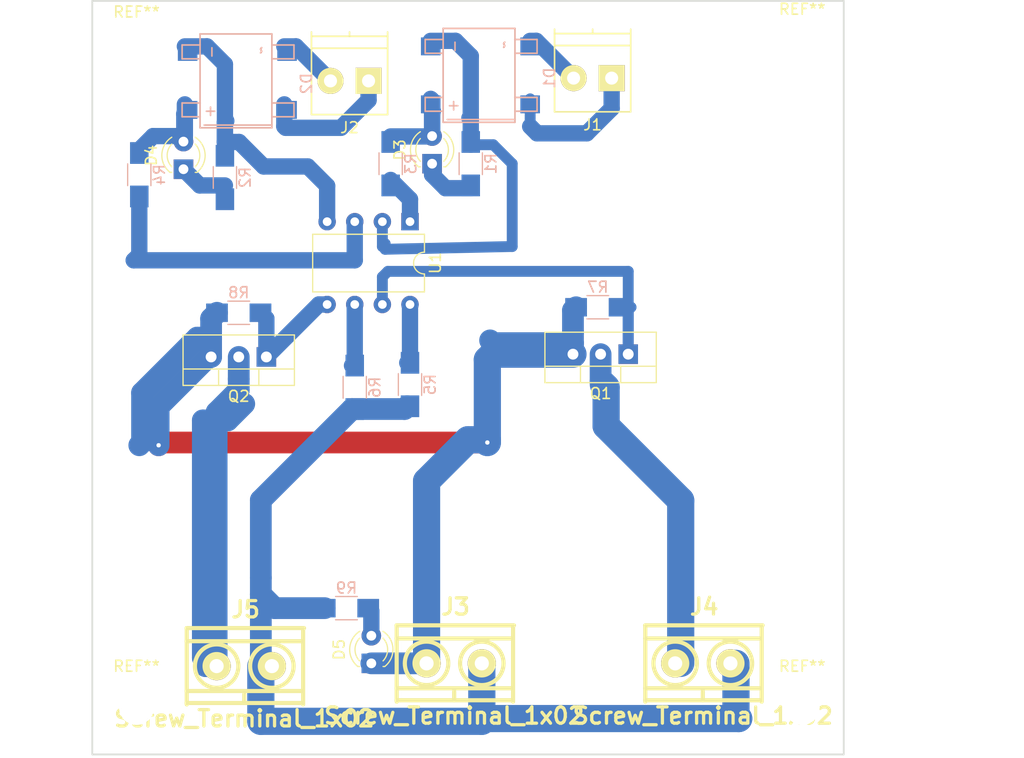
<source format=kicad_pcb>
(kicad_pcb (version 4) (host pcbnew 4.0.7-e1-6374~58~ubuntu16.04.1)

  (general
    (links 35)
    (no_connects 1)
    (area 188.793429 79.299 286.864391 149.401)
    (thickness 1.6)
    (drawings 6)
    (tracks 138)
    (zones 0)
    (modules 26)
    (nets 22)
  )

  (page A4)
  (layers
    (0 F.Cu signal)
    (31 B.Cu signal)
    (32 B.Adhes user)
    (33 F.Adhes user)
    (34 B.Paste user)
    (35 F.Paste user)
    (36 B.SilkS user)
    (37 F.SilkS user)
    (38 B.Mask user)
    (39 F.Mask user)
    (40 Dwgs.User user)
    (41 Cmts.User user)
    (42 Eco1.User user)
    (43 Eco2.User user)
    (44 Edge.Cuts user)
    (45 Margin user)
    (46 B.CrtYd user)
    (47 F.CrtYd user)
    (48 B.Fab user)
    (49 F.Fab user)
  )

  (setup
    (last_trace_width 1.5)
    (trace_clearance 0.2)
    (zone_clearance 1)
    (zone_45_only no)
    (trace_min 0.2)
    (segment_width 0.2)
    (edge_width 0.15)
    (via_size 0.6)
    (via_drill 0.4)
    (via_min_size 0.4)
    (via_min_drill 0.3)
    (uvia_size 0.3)
    (uvia_drill 0.1)
    (uvias_allowed no)
    (uvia_min_size 0.2)
    (uvia_min_drill 0.1)
    (pcb_text_width 0.3)
    (pcb_text_size 1.5 1.5)
    (mod_edge_width 0.15)
    (mod_text_size 1 1)
    (mod_text_width 0.15)
    (pad_size 1.524 1.524)
    (pad_drill 0.762)
    (pad_to_mask_clearance 0.2)
    (aux_axis_origin 0 0)
    (visible_elements 7FFFFFFF)
    (pcbplotparams
      (layerselection 0x00030_80000001)
      (usegerberextensions false)
      (excludeedgelayer true)
      (linewidth 0.100000)
      (plotframeref false)
      (viasonmask false)
      (mode 1)
      (useauxorigin false)
      (hpglpennumber 1)
      (hpglpenspeed 20)
      (hpglpendiameter 15)
      (hpglpenoverlay 2)
      (psnegative false)
      (psa4output false)
      (plotreference true)
      (plotvalue true)
      (plotinvisibletext false)
      (padsonsilk false)
      (subtractmaskfromsilk false)
      (outputformat 1)
      (mirror false)
      (drillshape 1)
      (scaleselection 1)
      (outputdirectory ""))
  )

  (net 0 "")
  (net 1 "Net-(D1-Pad1)")
  (net 2 "Net-(D1-Pad2)")
  (net 3 "Net-(D1-Pad3)")
  (net 4 "Net-(D1-Pad4)")
  (net 5 "Net-(D2-Pad1)")
  (net 6 "Net-(D2-Pad2)")
  (net 7 "Net-(D2-Pad3)")
  (net 8 "Net-(D2-Pad4)")
  (net 9 "Net-(D3-Pad1)")
  (net 10 "Net-(D4-Pad1)")
  (net 11 GND)
  (net 12 "Net-(D5-Pad2)")
  (net 13 VCC)
  (net 14 "Net-(J4-Pad1)")
  (net 15 "Net-(J5-Pad1)")
  (net 16 "Net-(Q1-Pad1)")
  (net 17 "Net-(Q2-Pad1)")
  (net 18 "Net-(R3-Pad1)")
  (net 19 "Net-(R4-Pad1)")
  (net 20 "Net-(R5-Pad2)")
  (net 21 "Net-(R6-Pad2)")

  (net_class Default "To jest domyślna klasa połączeń."
    (clearance 0.2)
    (trace_width 1.5)
    (via_dia 0.6)
    (via_drill 0.4)
    (uvia_dia 0.3)
    (uvia_drill 0.1)
    (add_net "Net-(D1-Pad1)")
    (add_net "Net-(D1-Pad2)")
    (add_net "Net-(D1-Pad3)")
    (add_net "Net-(D1-Pad4)")
    (add_net "Net-(D2-Pad1)")
    (add_net "Net-(D2-Pad2)")
    (add_net "Net-(D2-Pad3)")
    (add_net "Net-(D2-Pad4)")
    (add_net "Net-(D3-Pad1)")
    (add_net "Net-(D4-Pad1)")
    (add_net "Net-(D5-Pad2)")
    (add_net "Net-(Q2-Pad1)")
    (add_net "Net-(R3-Pad1)")
    (add_net "Net-(R4-Pad1)")
    (add_net "Net-(R5-Pad2)")
    (add_net "Net-(R6-Pad2)")
  )

  (net_class Vcc ""
    (clearance 0.2)
    (trace_width 2.5)
    (via_dia 0.6)
    (via_drill 0.4)
    (uvia_dia 0.3)
    (uvia_drill 0.1)
    (add_net GND)
    (add_net "Net-(J4-Pad1)")
    (add_net "Net-(J5-Pad1)")
    (add_net VCC)
  )

  (net_class cienka ""
    (clearance 0.2)
    (trace_width 1)
    (via_dia 0.6)
    (via_drill 0.4)
    (uvia_dia 0.3)
    (uvia_drill 0.1)
    (add_net "Net-(Q1-Pad1)")
  )

  (module Mounting_Holes:MountingHole_3.2mm_M3_DIN965 (layer F.Cu) (tedit 56D1B4CB) (tstamp 5A8347A2)
    (at 262.636 144.526)
    (descr "Mounting Hole 3.2mm, no annular, M3, DIN965")
    (tags "mounting hole 3.2mm no annular m3 din965")
    (attr virtual)
    (fp_text reference REF** (at 0 -3.8) (layer F.SilkS)
      (effects (font (size 1 1) (thickness 0.15)))
    )
    (fp_text value MountingHole_3.2mm_M3_DIN965 (at 0 3.8) (layer F.Fab)
      (effects (font (size 1 1) (thickness 0.15)))
    )
    (fp_text user %R (at 0.3 0) (layer F.Fab)
      (effects (font (size 1 1) (thickness 0.15)))
    )
    (fp_circle (center 0 0) (end 2.8 0) (layer Cmts.User) (width 0.15))
    (fp_circle (center 0 0) (end 3.05 0) (layer F.CrtYd) (width 0.05))
    (pad 1 np_thru_hole circle (at 0 0) (size 3.2 3.2) (drill 3.2) (layers *.Cu *.Mask))
  )

  (module Mounting_Holes:MountingHole_3.2mm_M3_DIN965 (layer F.Cu) (tedit 56D1B4CB) (tstamp 5A83479A)
    (at 201.422 144.526)
    (descr "Mounting Hole 3.2mm, no annular, M3, DIN965")
    (tags "mounting hole 3.2mm no annular m3 din965")
    (attr virtual)
    (fp_text reference REF** (at 0 -3.8) (layer F.SilkS)
      (effects (font (size 1 1) (thickness 0.15)))
    )
    (fp_text value MountingHole_3.2mm_M3_DIN965 (at 0 3.8) (layer F.Fab)
      (effects (font (size 1 1) (thickness 0.15)))
    )
    (fp_text user %R (at 0.3 0) (layer F.Fab)
      (effects (font (size 1 1) (thickness 0.15)))
    )
    (fp_circle (center 0 0) (end 2.8 0) (layer Cmts.User) (width 0.15))
    (fp_circle (center 0 0) (end 3.05 0) (layer F.CrtYd) (width 0.05))
    (pad 1 np_thru_hole circle (at 0 0) (size 3.2 3.2) (drill 3.2) (layers *.Cu *.Mask))
  )

  (module Mounting_Holes:MountingHole_3.2mm_M3_DIN965 (layer F.Cu) (tedit 56D1B4CB) (tstamp 5A834791)
    (at 201.422 84.328)
    (descr "Mounting Hole 3.2mm, no annular, M3, DIN965")
    (tags "mounting hole 3.2mm no annular m3 din965")
    (attr virtual)
    (fp_text reference REF** (at 0 -3.8) (layer F.SilkS)
      (effects (font (size 1 1) (thickness 0.15)))
    )
    (fp_text value MountingHole_3.2mm_M3_DIN965 (at 0 3.8) (layer F.Fab)
      (effects (font (size 1 1) (thickness 0.15)))
    )
    (fp_text user %R (at 0.3 0) (layer F.Fab)
      (effects (font (size 1 1) (thickness 0.15)))
    )
    (fp_circle (center 0 0) (end 2.8 0) (layer Cmts.User) (width 0.15))
    (fp_circle (center 0 0) (end 3.05 0) (layer F.CrtYd) (width 0.05))
    (pad 1 np_thru_hole circle (at 0 0) (size 3.2 3.2) (drill 3.2) (layers *.Cu *.Mask))
  )

  (module Diodes_SMD:DF08S_Bridge_Gretza_DFS (layer B.Cu) (tedit 5A670B05) (tstamp 5A79E372)
    (at 210.566 86.868 270)
    (path /5A666DE0)
    (fp_text reference D2 (at 0.254 -6.477 270) (layer B.SilkS)
      (effects (font (size 1 1) (thickness 0.15)) (justify mirror))
    )
    (fp_text value DF08S (at 0 6.604 270) (layer B.Fab)
      (effects (font (size 1 1) (thickness 0.15)) (justify mirror))
    )
    (fp_text user ~ (at -2.794 -2.286 270) (layer B.SilkS)
      (effects (font (size 1 1) (thickness 0.15)) (justify mirror))
    )
    (fp_text user ~ (at -2.794 -2.286 270) (layer B.SilkS)
      (effects (font (size 1 1) (thickness 0.15)) (justify mirror))
    )
    (fp_text user - (at -2.667 2.286 270) (layer B.SilkS)
      (effects (font (size 1 1) (thickness 0.15)) (justify mirror))
    )
    (fp_text user + (at 2.794 2.413 270) (layer B.SilkS)
      (effects (font (size 1 1) (thickness 0.15)) (justify mirror))
    )
    (fp_line (start 4.064 2.921) (end 4.064 -3.302) (layer B.SilkS) (width 0.15))
    (fp_line (start 2.032 -3.302) (end 2.032 -5.334) (layer B.SilkS) (width 0.15))
    (fp_line (start 2.032 -5.334) (end 3.175 -5.334) (layer B.SilkS) (width 0.15))
    (fp_line (start 3.175 -5.334) (end 3.302 -5.334) (layer B.SilkS) (width 0.15))
    (fp_line (start 3.302 -5.334) (end 3.302 -3.302) (layer B.SilkS) (width 0.15))
    (fp_line (start -3.302 -3.302) (end -3.302 -5.334) (layer B.SilkS) (width 0.15))
    (fp_line (start -3.302 -5.334) (end -2.032 -5.334) (layer B.SilkS) (width 0.15))
    (fp_line (start -2.032 -5.334) (end -2.032 -3.302) (layer B.SilkS) (width 0.15))
    (fp_line (start 3.302 3.302) (end 3.302 4.953) (layer B.SilkS) (width 0.15))
    (fp_line (start 3.302 4.953) (end 2.032 4.953) (layer B.SilkS) (width 0.15))
    (fp_line (start 2.032 4.953) (end 2.032 3.302) (layer B.SilkS) (width 0.15))
    (fp_line (start -3.302 3.302) (end -3.302 4.953) (layer B.SilkS) (width 0.15))
    (fp_line (start -3.302 4.953) (end -2.032 4.953) (layer B.SilkS) (width 0.15))
    (fp_line (start -2.032 4.953) (end -2.032 3.302) (layer B.SilkS) (width 0.15))
    (fp_line (start 4.318 0) (end 4.318 -3.302) (layer B.SilkS) (width 0.15))
    (fp_line (start 4.318 -3.302) (end -3.302 -3.302) (layer B.SilkS) (width 0.15))
    (fp_line (start -3.302 -3.302) (end -4.318 -3.302) (layer B.SilkS) (width 0.15))
    (fp_line (start -4.318 -3.302) (end -4.318 3.302) (layer B.SilkS) (width 0.15))
    (fp_line (start -4.318 3.302) (end 4.191 3.302) (layer B.SilkS) (width 0.15))
    (fp_line (start 4.191 3.302) (end 4.318 3.302) (layer B.SilkS) (width 0.15))
    (fp_line (start 4.318 3.302) (end 4.318 0) (layer B.SilkS) (width 0.15))
    (pad 4 smd rect (at -2.667 -4.699 270) (size 1.65 1.8) (layers B.Cu B.Paste B.Mask)
      (net 8 "Net-(D2-Pad4)"))
    (pad 2 smd rect (at -2.667 4.445 270) (size 1.65 1.8) (layers B.Cu B.Paste B.Mask)
      (net 6 "Net-(D2-Pad2)"))
    (pad 3 smd rect (at 2.667 -4.699 270) (size 1.65 1.8) (layers B.Cu B.Paste B.Mask)
      (net 7 "Net-(D2-Pad3)"))
    (pad 1 smd rect (at 2.667 4.445 270) (size 1.65 1.8) (layers B.Cu B.Paste B.Mask)
      (net 5 "Net-(D2-Pad1)"))
    (model Housings_DIP.3dshapes/SMDIP-4_W11.48mm.wrl
      (at (xyz 0 0 0))
      (scale (xyz 1 2 1))
      (rotate (xyz 0 0 90))
    )
  )

  (module LEDs:LED_D3.0mm (layer F.Cu) (tedit 587A3A7B) (tstamp 5A6DB1C5)
    (at 228.6 94.488 90)
    (descr "LED, diameter 3.0mm, 2 pins")
    (tags "LED diameter 3.0mm 2 pins")
    (path /5A663A7D)
    (fp_text reference D3 (at 1.27 -2.96 90) (layer F.SilkS)
      (effects (font (size 1 1) (thickness 0.15)))
    )
    (fp_text value LED (at 1.27 2.96 90) (layer F.Fab)
      (effects (font (size 1 1) (thickness 0.15)))
    )
    (fp_arc (start 1.27 0) (end -0.23 -1.16619) (angle 284.3) (layer F.Fab) (width 0.1))
    (fp_arc (start 1.27 0) (end -0.29 -1.235516) (angle 108.8) (layer F.SilkS) (width 0.12))
    (fp_arc (start 1.27 0) (end -0.29 1.235516) (angle -108.8) (layer F.SilkS) (width 0.12))
    (fp_arc (start 1.27 0) (end 0.229039 -1.08) (angle 87.9) (layer F.SilkS) (width 0.12))
    (fp_arc (start 1.27 0) (end 0.229039 1.08) (angle -87.9) (layer F.SilkS) (width 0.12))
    (fp_circle (center 1.27 0) (end 2.77 0) (layer F.Fab) (width 0.1))
    (fp_line (start -0.23 -1.16619) (end -0.23 1.16619) (layer F.Fab) (width 0.1))
    (fp_line (start -0.29 -1.236) (end -0.29 -1.08) (layer F.SilkS) (width 0.12))
    (fp_line (start -0.29 1.08) (end -0.29 1.236) (layer F.SilkS) (width 0.12))
    (fp_line (start -1.15 -2.25) (end -1.15 2.25) (layer F.CrtYd) (width 0.05))
    (fp_line (start -1.15 2.25) (end 3.7 2.25) (layer F.CrtYd) (width 0.05))
    (fp_line (start 3.7 2.25) (end 3.7 -2.25) (layer F.CrtYd) (width 0.05))
    (fp_line (start 3.7 -2.25) (end -1.15 -2.25) (layer F.CrtYd) (width 0.05))
    (pad 1 thru_hole rect (at 0 0 90) (size 1.8 1.8) (drill 0.9) (layers *.Cu *.Mask)
      (net 9 "Net-(D3-Pad1)"))
    (pad 2 thru_hole circle (at 2.54 0 90) (size 1.8 1.8) (drill 0.9) (layers *.Cu *.Mask)
      (net 1 "Net-(D1-Pad1)"))
    (model ${KISYS3DMOD}/LEDs.3dshapes/LED_D3.0mm.wrl
      (at (xyz 0 0 0))
      (scale (xyz 0.393701 0.393701 0.393701))
      (rotate (xyz 0 0 0))
    )
  )

  (module LEDs:LED_D3.0mm (layer F.Cu) (tedit 587A3A7B) (tstamp 5A6DB1D8)
    (at 205.74 94.996 90)
    (descr "LED, diameter 3.0mm, 2 pins")
    (tags "LED diameter 3.0mm 2 pins")
    (path /5A663D2F)
    (fp_text reference D4 (at 1.27 -2.96 90) (layer F.SilkS)
      (effects (font (size 1 1) (thickness 0.15)))
    )
    (fp_text value LED (at 1.27 2.96 90) (layer F.Fab)
      (effects (font (size 1 1) (thickness 0.15)))
    )
    (fp_arc (start 1.27 0) (end -0.23 -1.16619) (angle 284.3) (layer F.Fab) (width 0.1))
    (fp_arc (start 1.27 0) (end -0.29 -1.235516) (angle 108.8) (layer F.SilkS) (width 0.12))
    (fp_arc (start 1.27 0) (end -0.29 1.235516) (angle -108.8) (layer F.SilkS) (width 0.12))
    (fp_arc (start 1.27 0) (end 0.229039 -1.08) (angle 87.9) (layer F.SilkS) (width 0.12))
    (fp_arc (start 1.27 0) (end 0.229039 1.08) (angle -87.9) (layer F.SilkS) (width 0.12))
    (fp_circle (center 1.27 0) (end 2.77 0) (layer F.Fab) (width 0.1))
    (fp_line (start -0.23 -1.16619) (end -0.23 1.16619) (layer F.Fab) (width 0.1))
    (fp_line (start -0.29 -1.236) (end -0.29 -1.08) (layer F.SilkS) (width 0.12))
    (fp_line (start -0.29 1.08) (end -0.29 1.236) (layer F.SilkS) (width 0.12))
    (fp_line (start -1.15 -2.25) (end -1.15 2.25) (layer F.CrtYd) (width 0.05))
    (fp_line (start -1.15 2.25) (end 3.7 2.25) (layer F.CrtYd) (width 0.05))
    (fp_line (start 3.7 2.25) (end 3.7 -2.25) (layer F.CrtYd) (width 0.05))
    (fp_line (start 3.7 -2.25) (end -1.15 -2.25) (layer F.CrtYd) (width 0.05))
    (pad 1 thru_hole rect (at 0 0 90) (size 1.8 1.8) (drill 0.9) (layers *.Cu *.Mask)
      (net 10 "Net-(D4-Pad1)"))
    (pad 2 thru_hole circle (at 2.54 0 90) (size 1.8 1.8) (drill 0.9) (layers *.Cu *.Mask)
      (net 5 "Net-(D2-Pad1)"))
    (model ${KISYS3DMOD}/LEDs.3dshapes/LED_D3.0mm.wrl
      (at (xyz 0 0 0))
      (scale (xyz 0.393701 0.393701 0.393701))
      (rotate (xyz 0 0 0))
    )
  )

  (module LEDs:LED_D3.0mm (layer F.Cu) (tedit 587A3A7B) (tstamp 5A6DB1EB)
    (at 223.012 140.462 90)
    (descr "LED, diameter 3.0mm, 2 pins")
    (tags "LED diameter 3.0mm 2 pins")
    (path /5A665604)
    (fp_text reference D5 (at 1.27 -2.96 90) (layer F.SilkS)
      (effects (font (size 1 1) (thickness 0.15)))
    )
    (fp_text value LED (at 1.27 2.96 90) (layer F.Fab)
      (effects (font (size 1 1) (thickness 0.15)))
    )
    (fp_arc (start 1.27 0) (end -0.23 -1.16619) (angle 284.3) (layer F.Fab) (width 0.1))
    (fp_arc (start 1.27 0) (end -0.29 -1.235516) (angle 108.8) (layer F.SilkS) (width 0.12))
    (fp_arc (start 1.27 0) (end -0.29 1.235516) (angle -108.8) (layer F.SilkS) (width 0.12))
    (fp_arc (start 1.27 0) (end 0.229039 -1.08) (angle 87.9) (layer F.SilkS) (width 0.12))
    (fp_arc (start 1.27 0) (end 0.229039 1.08) (angle -87.9) (layer F.SilkS) (width 0.12))
    (fp_circle (center 1.27 0) (end 2.77 0) (layer F.Fab) (width 0.1))
    (fp_line (start -0.23 -1.16619) (end -0.23 1.16619) (layer F.Fab) (width 0.1))
    (fp_line (start -0.29 -1.236) (end -0.29 -1.08) (layer F.SilkS) (width 0.12))
    (fp_line (start -0.29 1.08) (end -0.29 1.236) (layer F.SilkS) (width 0.12))
    (fp_line (start -1.15 -2.25) (end -1.15 2.25) (layer F.CrtYd) (width 0.05))
    (fp_line (start -1.15 2.25) (end 3.7 2.25) (layer F.CrtYd) (width 0.05))
    (fp_line (start 3.7 2.25) (end 3.7 -2.25) (layer F.CrtYd) (width 0.05))
    (fp_line (start 3.7 -2.25) (end -1.15 -2.25) (layer F.CrtYd) (width 0.05))
    (pad 1 thru_hole rect (at 0 0 90) (size 1.8 1.8) (drill 0.9) (layers *.Cu *.Mask)
      (net 11 GND))
    (pad 2 thru_hole circle (at 2.54 0 90) (size 1.8 1.8) (drill 0.9) (layers *.Cu *.Mask)
      (net 12 "Net-(D5-Pad2)"))
    (model ${KISYS3DMOD}/LEDs.3dshapes/LED_D3.0mm.wrl
      (at (xyz 0 0 0))
      (scale (xyz 0.393701 0.393701 0.393701))
      (rotate (xyz 0 0 0))
    )
  )

  (module Terminal_Blocks:TerminalBlock_Pheonix_PT-3.5mm_2pol (layer F.Cu) (tedit 0) (tstamp 5A6DB1FB)
    (at 245.11 86.614 180)
    (descr "2-way 3.5mm pitch terminal block, Phoenix PT series")
    (path /5A6602E0)
    (fp_text reference J1 (at 1.75 -4.3 180) (layer F.SilkS)
      (effects (font (size 1 1) (thickness 0.15)))
    )
    (fp_text value Screw_Terminal_1x02 (at 1.75 6 180) (layer F.Fab)
      (effects (font (size 1 1) (thickness 0.15)))
    )
    (fp_line (start -1.9 -3.3) (end 5.4 -3.3) (layer F.CrtYd) (width 0.05))
    (fp_line (start -1.9 4.7) (end -1.9 -3.3) (layer F.CrtYd) (width 0.05))
    (fp_line (start 5.4 4.7) (end -1.9 4.7) (layer F.CrtYd) (width 0.05))
    (fp_line (start 5.4 -3.3) (end 5.4 4.7) (layer F.CrtYd) (width 0.05))
    (fp_line (start 1.75 4.1) (end 1.75 4.5) (layer F.SilkS) (width 0.15))
    (fp_line (start -1.75 3) (end 5.25 3) (layer F.SilkS) (width 0.15))
    (fp_line (start -1.75 4.1) (end 5.25 4.1) (layer F.SilkS) (width 0.15))
    (fp_line (start -1.75 -3.1) (end -1.75 4.5) (layer F.SilkS) (width 0.15))
    (fp_line (start 5.25 4.5) (end 5.25 -3.1) (layer F.SilkS) (width 0.15))
    (fp_line (start 5.25 -3.1) (end -1.75 -3.1) (layer F.SilkS) (width 0.15))
    (pad 2 thru_hole circle (at 3.5 0 180) (size 2.4 2.4) (drill 1.2) (layers *.Cu *.Mask F.SilkS)
      (net 4 "Net-(D1-Pad4)"))
    (pad 1 thru_hole rect (at 0 0 180) (size 2.4 2.4) (drill 1.2) (layers *.Cu *.Mask F.SilkS)
      (net 3 "Net-(D1-Pad3)"))
    (model Terminal_Blocks.3dshapes/TerminalBlock_Pheonix_PT-3.5mm_2pol.wrl
      (at (xyz 0 0 0))
      (scale (xyz 1 1 1))
      (rotate (xyz 0 0 0))
    )
  )

  (module Terminal_Blocks:TerminalBlock_Pheonix_PT-3.5mm_2pol (layer F.Cu) (tedit 0) (tstamp 5A6DB20B)
    (at 222.758 86.868 180)
    (descr "2-way 3.5mm pitch terminal block, Phoenix PT series")
    (path /5A660364)
    (fp_text reference J2 (at 1.75 -4.3 180) (layer F.SilkS)
      (effects (font (size 1 1) (thickness 0.15)))
    )
    (fp_text value Screw_Terminal_1x02 (at 1.75 6 180) (layer F.Fab)
      (effects (font (size 1 1) (thickness 0.15)))
    )
    (fp_line (start -1.9 -3.3) (end 5.4 -3.3) (layer F.CrtYd) (width 0.05))
    (fp_line (start -1.9 4.7) (end -1.9 -3.3) (layer F.CrtYd) (width 0.05))
    (fp_line (start 5.4 4.7) (end -1.9 4.7) (layer F.CrtYd) (width 0.05))
    (fp_line (start 5.4 -3.3) (end 5.4 4.7) (layer F.CrtYd) (width 0.05))
    (fp_line (start 1.75 4.1) (end 1.75 4.5) (layer F.SilkS) (width 0.15))
    (fp_line (start -1.75 3) (end 5.25 3) (layer F.SilkS) (width 0.15))
    (fp_line (start -1.75 4.1) (end 5.25 4.1) (layer F.SilkS) (width 0.15))
    (fp_line (start -1.75 -3.1) (end -1.75 4.5) (layer F.SilkS) (width 0.15))
    (fp_line (start 5.25 4.5) (end 5.25 -3.1) (layer F.SilkS) (width 0.15))
    (fp_line (start 5.25 -3.1) (end -1.75 -3.1) (layer F.SilkS) (width 0.15))
    (pad 2 thru_hole circle (at 3.5 0 180) (size 2.4 2.4) (drill 1.2) (layers *.Cu *.Mask F.SilkS)
      (net 8 "Net-(D2-Pad4)"))
    (pad 1 thru_hole rect (at 0 0 180) (size 2.4 2.4) (drill 1.2) (layers *.Cu *.Mask F.SilkS)
      (net 7 "Net-(D2-Pad3)"))
    (model Terminal_Blocks.3dshapes/TerminalBlock_Pheonix_PT-3.5mm_2pol.wrl
      (at (xyz 0 0 0))
      (scale (xyz 1 1 1))
      (rotate (xyz 0 0 0))
    )
  )

  (module w_conn_gmkds:gmkds_3-2-5 (layer F.Cu) (tedit 5A301B7D) (tstamp 5A6DB21A)
    (at 230.632 140.462)
    (descr "2-way 7,62mm pitch terminal block, Phoenix GMKDS series")
    (path /5A6603C4)
    (fp_text reference J3 (at 0.127 -5.207) (layer F.SilkS)
      (effects (font (size 1.5 1.5) (thickness 0.3)))
    )
    (fp_text value Screw_Terminal_1x02 (at 0 4.826) (layer F.SilkS)
      (effects (font (size 1.5 1.5) (thickness 0.3)))
    )
    (fp_line (start -5.3 -3.5) (end 5.5 -3.5) (layer F.SilkS) (width 0.381))
    (fp_line (start 0 2.595) (end 0 3.395) (layer F.SilkS) (width 0.381))
    (fp_circle (center 2.54 0) (end 0.54 0) (layer F.SilkS) (width 0.381))
    (fp_circle (center -2.54 0) (end -0.54 0) (layer F.SilkS) (width 0.381))
    (fp_line (start -5.3 2.292) (end 5.3 2.292) (layer F.SilkS) (width 0.381))
    (fp_line (start -5.3 -2.292) (end 5.3 -2.292) (layer F.SilkS) (width 0.381))
    (fp_line (start -5.3 3.395) (end 5.3 3.395) (layer F.SilkS) (width 0.381))
    (fp_line (start 5.414 -3.473) (end 5.414 3.527) (layer F.SilkS) (width 0.381))
    (fp_line (start -5.287 -3.473) (end -5.287 3.527) (layer F.SilkS) (width 0.381))
    (pad 1 thru_hole circle (at -2.54 0) (size 2.6 2.6) (drill 1.3) (layers *.Cu *.Mask F.SilkS)
      (net 11 GND))
    (pad 2 thru_hole circle (at 2.54 0) (size 2.6 2.6) (drill 1.3) (layers *.Cu *.Mask F.SilkS)
      (net 13 VCC))
    (model Terminal_Blocks.3dshapes/Pheonix_MKDS1.5-2pol.wrl
      (at (xyz 0 0 0))
      (scale (xyz 1 1 1))
      (rotate (xyz 0 0 0))
    )
  )

  (module w_conn_gmkds:gmkds_3-2-5 (layer F.Cu) (tedit 5A301B7D) (tstamp 5A6DB229)
    (at 253.492 140.462)
    (descr "2-way 7,62mm pitch terminal block, Phoenix GMKDS series")
    (path /5A660468)
    (fp_text reference J4 (at 0.127 -5.207) (layer F.SilkS)
      (effects (font (size 1.5 1.5) (thickness 0.3)))
    )
    (fp_text value Screw_Terminal_1x02 (at 0 4.826) (layer F.SilkS)
      (effects (font (size 1.5 1.5) (thickness 0.3)))
    )
    (fp_line (start -5.3 -3.5) (end 5.5 -3.5) (layer F.SilkS) (width 0.381))
    (fp_line (start 0 2.595) (end 0 3.395) (layer F.SilkS) (width 0.381))
    (fp_circle (center 2.54 0) (end 0.54 0) (layer F.SilkS) (width 0.381))
    (fp_circle (center -2.54 0) (end -0.54 0) (layer F.SilkS) (width 0.381))
    (fp_line (start -5.3 2.292) (end 5.3 2.292) (layer F.SilkS) (width 0.381))
    (fp_line (start -5.3 -2.292) (end 5.3 -2.292) (layer F.SilkS) (width 0.381))
    (fp_line (start -5.3 3.395) (end 5.3 3.395) (layer F.SilkS) (width 0.381))
    (fp_line (start 5.414 -3.473) (end 5.414 3.527) (layer F.SilkS) (width 0.381))
    (fp_line (start -5.287 -3.473) (end -5.287 3.527) (layer F.SilkS) (width 0.381))
    (pad 1 thru_hole circle (at -2.54 0) (size 2.6 2.6) (drill 1.3) (layers *.Cu *.Mask F.SilkS)
      (net 14 "Net-(J4-Pad1)"))
    (pad 2 thru_hole circle (at 2.54 0) (size 2.6 2.6) (drill 1.3) (layers *.Cu *.Mask F.SilkS)
      (net 13 VCC))
    (model Terminal_Blocks.3dshapes/Pheonix_MKDS1.5-2pol.wrl
      (at (xyz 0 0 0))
      (scale (xyz 1 1 1))
      (rotate (xyz 0 0 0))
    )
  )

  (module w_conn_gmkds:gmkds_3-2-5 (layer F.Cu) (tedit 5A301B7D) (tstamp 5A6DB238)
    (at 211.328 140.716)
    (descr "2-way 7,62mm pitch terminal block, Phoenix GMKDS series")
    (path /5A6604D0)
    (fp_text reference J5 (at 0.127 -5.207) (layer F.SilkS)
      (effects (font (size 1.5 1.5) (thickness 0.3)))
    )
    (fp_text value Screw_Terminal_1x02 (at 0 4.826) (layer F.SilkS)
      (effects (font (size 1.5 1.5) (thickness 0.3)))
    )
    (fp_line (start -5.3 -3.5) (end 5.5 -3.5) (layer F.SilkS) (width 0.381))
    (fp_line (start 0 2.595) (end 0 3.395) (layer F.SilkS) (width 0.381))
    (fp_circle (center 2.54 0) (end 0.54 0) (layer F.SilkS) (width 0.381))
    (fp_circle (center -2.54 0) (end -0.54 0) (layer F.SilkS) (width 0.381))
    (fp_line (start -5.3 2.292) (end 5.3 2.292) (layer F.SilkS) (width 0.381))
    (fp_line (start -5.3 -2.292) (end 5.3 -2.292) (layer F.SilkS) (width 0.381))
    (fp_line (start -5.3 3.395) (end 5.3 3.395) (layer F.SilkS) (width 0.381))
    (fp_line (start 5.414 -3.473) (end 5.414 3.527) (layer F.SilkS) (width 0.381))
    (fp_line (start -5.287 -3.473) (end -5.287 3.527) (layer F.SilkS) (width 0.381))
    (pad 1 thru_hole circle (at -2.54 0) (size 2.6 2.6) (drill 1.3) (layers *.Cu *.Mask F.SilkS)
      (net 15 "Net-(J5-Pad1)"))
    (pad 2 thru_hole circle (at 2.54 0) (size 2.6 2.6) (drill 1.3) (layers *.Cu *.Mask F.SilkS)
      (net 13 VCC))
    (model Terminal_Blocks.3dshapes/Pheonix_MKDS1.5-2pol.wrl
      (at (xyz 0 0 0))
      (scale (xyz 1 1 1))
      (rotate (xyz 0 0 0))
    )
  )

  (module TO_SOT_Packages_THT:TO-220_Vertical (layer F.Cu) (tedit 5A670583) (tstamp 5A6DB23F)
    (at 246.634 112.014 180)
    (descr "TO-220, Vertical, RM 2.54mm")
    (tags "TO-220 Vertical RM 2.54mm")
    (path /5A65FA8E)
    (fp_text reference Q1 (at 2.54 -3.62 180) (layer F.SilkS)
      (effects (font (size 1 1) (thickness 0.15)))
    )
    (fp_text value IRLB8721PBF (at 2.54 3.92 180) (layer F.Fab)
      (effects (font (size 1 1) (thickness 0.15)))
    )
    (fp_text user %R (at 2.54 -3.62 180) (layer F.Fab)
      (effects (font (size 1 1) (thickness 0.15)))
    )
    (fp_line (start -2.46 -2.5) (end -2.46 1.9) (layer F.Fab) (width 0.1))
    (fp_line (start -2.46 1.9) (end 7.54 1.9) (layer F.Fab) (width 0.1))
    (fp_line (start 7.54 1.9) (end 7.54 -2.5) (layer F.Fab) (width 0.1))
    (fp_line (start 7.54 -2.5) (end -2.46 -2.5) (layer F.Fab) (width 0.1))
    (fp_line (start -2.46 -1.23) (end 7.54 -1.23) (layer F.Fab) (width 0.1))
    (fp_line (start 0.69 -2.5) (end 0.69 -1.23) (layer F.Fab) (width 0.1))
    (fp_line (start 4.39 -2.5) (end 4.39 -1.23) (layer F.Fab) (width 0.1))
    (fp_line (start -2.58 -2.62) (end 7.66 -2.62) (layer F.SilkS) (width 0.12))
    (fp_line (start -2.58 2.021) (end 7.66 2.021) (layer F.SilkS) (width 0.12))
    (fp_line (start -2.58 -2.62) (end -2.58 2.021) (layer F.SilkS) (width 0.12))
    (fp_line (start 7.66 -2.62) (end 7.66 2.021) (layer F.SilkS) (width 0.12))
    (fp_line (start -2.58 -1.11) (end 7.66 -1.11) (layer F.SilkS) (width 0.12))
    (fp_line (start 0.69 -2.62) (end 0.69 -1.11) (layer F.SilkS) (width 0.12))
    (fp_line (start 4.391 -2.62) (end 4.391 -1.11) (layer F.SilkS) (width 0.12))
    (fp_line (start -2.71 -2.75) (end -2.71 2.16) (layer F.CrtYd) (width 0.05))
    (fp_line (start -2.71 2.16) (end 7.79 2.16) (layer F.CrtYd) (width 0.05))
    (fp_line (start 7.79 2.16) (end 7.79 -2.75) (layer F.CrtYd) (width 0.05))
    (fp_line (start 7.79 -2.75) (end -2.71 -2.75) (layer F.CrtYd) (width 0.05))
    (pad 1 thru_hole rect (at 0 0 180) (size 1.8 1.8) (drill 1) (layers *.Cu *.Mask)
      (net 16 "Net-(Q1-Pad1)"))
    (pad 2 thru_hole oval (at 2.54 0 180) (size 1.8 1.8) (drill 1) (layers *.Cu *.Mask)
      (net 14 "Net-(J4-Pad1)"))
    (pad 3 thru_hole oval (at 5.08 0 180) (size 1.8 1.8) (drill 1) (layers *.Cu *.Mask)
      (net 11 GND))
    (model ${KISYS3DMOD}/TO_SOT_Packages_THT.3dshapes/TO-220_Vertical.wrl
      (at (xyz 0.1 0 0))
      (scale (xyz 0.393701 0.393701 0.393701))
      (rotate (xyz 0 0 0))
    )
  )

  (module TO_SOT_Packages_THT:TO-220_Vertical (layer F.Cu) (tedit 5A6705A0) (tstamp 5A6DB246)
    (at 213.36 112.268 180)
    (descr "TO-220, Vertical, RM 2.54mm")
    (tags "TO-220 Vertical RM 2.54mm")
    (path /5A65FEF0)
    (fp_text reference Q2 (at 2.54 -3.62 180) (layer F.SilkS)
      (effects (font (size 1 1) (thickness 0.15)))
    )
    (fp_text value IRLB8721PBF (at 2.54 3.92 180) (layer F.Fab)
      (effects (font (size 1 1) (thickness 0.15)))
    )
    (fp_text user %R (at 2.54 -3.62 180) (layer F.Fab)
      (effects (font (size 1 1) (thickness 0.15)))
    )
    (fp_line (start -2.46 -2.5) (end -2.46 1.9) (layer F.Fab) (width 0.1))
    (fp_line (start -2.46 1.9) (end 7.54 1.9) (layer F.Fab) (width 0.1))
    (fp_line (start 7.54 1.9) (end 7.54 -2.5) (layer F.Fab) (width 0.1))
    (fp_line (start 7.54 -2.5) (end -2.46 -2.5) (layer F.Fab) (width 0.1))
    (fp_line (start -2.46 -1.23) (end 7.54 -1.23) (layer F.Fab) (width 0.1))
    (fp_line (start 0.69 -2.5) (end 0.69 -1.23) (layer F.Fab) (width 0.1))
    (fp_line (start 4.39 -2.5) (end 4.39 -1.23) (layer F.Fab) (width 0.1))
    (fp_line (start -2.58 -2.62) (end 7.66 -2.62) (layer F.SilkS) (width 0.12))
    (fp_line (start -2.58 2.021) (end 7.66 2.021) (layer F.SilkS) (width 0.12))
    (fp_line (start -2.58 -2.62) (end -2.58 2.021) (layer F.SilkS) (width 0.12))
    (fp_line (start 7.66 -2.62) (end 7.66 2.021) (layer F.SilkS) (width 0.12))
    (fp_line (start -2.58 -1.11) (end 7.66 -1.11) (layer F.SilkS) (width 0.12))
    (fp_line (start 0.69 -2.62) (end 0.69 -1.11) (layer F.SilkS) (width 0.12))
    (fp_line (start 4.391 -2.62) (end 4.391 -1.11) (layer F.SilkS) (width 0.12))
    (fp_line (start -2.71 -2.75) (end -2.71 2.16) (layer F.CrtYd) (width 0.05))
    (fp_line (start -2.71 2.16) (end 7.79 2.16) (layer F.CrtYd) (width 0.05))
    (fp_line (start 7.79 2.16) (end 7.79 -2.75) (layer F.CrtYd) (width 0.05))
    (fp_line (start 7.79 -2.75) (end -2.71 -2.75) (layer F.CrtYd) (width 0.05))
    (pad 1 thru_hole rect (at 0 0 180) (size 1.8 1.8) (drill 1) (layers *.Cu *.Mask)
      (net 17 "Net-(Q2-Pad1)"))
    (pad 2 thru_hole oval (at 2.54 0 180) (size 1.8 1.8) (drill 1) (layers *.Cu *.Mask)
      (net 15 "Net-(J5-Pad1)"))
    (pad 3 thru_hole oval (at 5.08 0 180) (size 1.8 1.8) (drill 1) (layers *.Cu *.Mask)
      (net 11 GND))
    (model ${KISYS3DMOD}/TO_SOT_Packages_THT.3dshapes/TO-220_Vertical.wrl
      (at (xyz 0.1 0 0))
      (scale (xyz 0.393701 0.393701 0.393701))
      (rotate (xyz 0 0 0))
    )
  )

  (module Resistors_SMD:R_1206_HandSoldering (layer B.Cu) (tedit 58E0A804) (tstamp 5A6DB257)
    (at 232.156 94.488 90)
    (descr "Resistor SMD 1206, hand soldering")
    (tags "resistor 1206")
    (path /5A663AEE)
    (attr smd)
    (fp_text reference R1 (at 0 1.85 90) (layer B.SilkS)
      (effects (font (size 1 1) (thickness 0.15)) (justify mirror))
    )
    (fp_text value 10k (at 0 -1.9 90) (layer B.Fab)
      (effects (font (size 1 1) (thickness 0.15)) (justify mirror))
    )
    (fp_text user %R (at 0 0 90) (layer B.Fab)
      (effects (font (size 0.7 0.7) (thickness 0.105)) (justify mirror))
    )
    (fp_line (start -1.6 -0.8) (end -1.6 0.8) (layer B.Fab) (width 0.1))
    (fp_line (start 1.6 -0.8) (end -1.6 -0.8) (layer B.Fab) (width 0.1))
    (fp_line (start 1.6 0.8) (end 1.6 -0.8) (layer B.Fab) (width 0.1))
    (fp_line (start -1.6 0.8) (end 1.6 0.8) (layer B.Fab) (width 0.1))
    (fp_line (start 1 -1.07) (end -1 -1.07) (layer B.SilkS) (width 0.12))
    (fp_line (start -1 1.07) (end 1 1.07) (layer B.SilkS) (width 0.12))
    (fp_line (start -3.25 1.11) (end 3.25 1.11) (layer B.CrtYd) (width 0.05))
    (fp_line (start -3.25 1.11) (end -3.25 -1.1) (layer B.CrtYd) (width 0.05))
    (fp_line (start 3.25 -1.1) (end 3.25 1.11) (layer B.CrtYd) (width 0.05))
    (fp_line (start 3.25 -1.1) (end -3.25 -1.1) (layer B.CrtYd) (width 0.05))
    (pad 1 smd rect (at -2 0 90) (size 2 1.7) (layers B.Cu B.Paste B.Mask)
      (net 9 "Net-(D3-Pad1)"))
    (pad 2 smd rect (at 2 0 90) (size 2 1.7) (layers B.Cu B.Paste B.Mask)
      (net 2 "Net-(D1-Pad2)"))
    (model ${KISYS3DMOD}/Resistors_SMD.3dshapes/R_1206.wrl
      (at (xyz 0 0 0))
      (scale (xyz 1 1 1))
      (rotate (xyz 0 0 0))
    )
  )

  (module Resistors_SMD:R_1206_HandSoldering (layer B.Cu) (tedit 58E0A804) (tstamp 5A6DB268)
    (at 209.55 95.758 90)
    (descr "Resistor SMD 1206, hand soldering")
    (tags "resistor 1206")
    (path /5A663DBB)
    (attr smd)
    (fp_text reference R2 (at 0 1.85 90) (layer B.SilkS)
      (effects (font (size 1 1) (thickness 0.15)) (justify mirror))
    )
    (fp_text value 10k (at 0 -1.9 90) (layer B.Fab)
      (effects (font (size 1 1) (thickness 0.15)) (justify mirror))
    )
    (fp_text user %R (at 0 0 90) (layer B.Fab)
      (effects (font (size 0.7 0.7) (thickness 0.105)) (justify mirror))
    )
    (fp_line (start -1.6 -0.8) (end -1.6 0.8) (layer B.Fab) (width 0.1))
    (fp_line (start 1.6 -0.8) (end -1.6 -0.8) (layer B.Fab) (width 0.1))
    (fp_line (start 1.6 0.8) (end 1.6 -0.8) (layer B.Fab) (width 0.1))
    (fp_line (start -1.6 0.8) (end 1.6 0.8) (layer B.Fab) (width 0.1))
    (fp_line (start 1 -1.07) (end -1 -1.07) (layer B.SilkS) (width 0.12))
    (fp_line (start -1 1.07) (end 1 1.07) (layer B.SilkS) (width 0.12))
    (fp_line (start -3.25 1.11) (end 3.25 1.11) (layer B.CrtYd) (width 0.05))
    (fp_line (start -3.25 1.11) (end -3.25 -1.1) (layer B.CrtYd) (width 0.05))
    (fp_line (start 3.25 -1.1) (end 3.25 1.11) (layer B.CrtYd) (width 0.05))
    (fp_line (start 3.25 -1.1) (end -3.25 -1.1) (layer B.CrtYd) (width 0.05))
    (pad 1 smd rect (at -2 0 90) (size 2 1.7) (layers B.Cu B.Paste B.Mask)
      (net 10 "Net-(D4-Pad1)"))
    (pad 2 smd rect (at 2 0 90) (size 2 1.7) (layers B.Cu B.Paste B.Mask)
      (net 6 "Net-(D2-Pad2)"))
    (model ${KISYS3DMOD}/Resistors_SMD.3dshapes/R_1206.wrl
      (at (xyz 0 0 0))
      (scale (xyz 1 1 1))
      (rotate (xyz 0 0 0))
    )
  )

  (module Resistors_SMD:R_1206_HandSoldering (layer B.Cu) (tedit 58E0A804) (tstamp 5A6DB279)
    (at 224.79 94.488 90)
    (descr "Resistor SMD 1206, hand soldering")
    (tags "resistor 1206")
    (path /5A663247)
    (attr smd)
    (fp_text reference R3 (at 0 1.85 90) (layer B.SilkS)
      (effects (font (size 1 1) (thickness 0.15)) (justify mirror))
    )
    (fp_text value 4k7 (at 0 -1.9 90) (layer B.Fab)
      (effects (font (size 1 1) (thickness 0.15)) (justify mirror))
    )
    (fp_text user %R (at 0 0 90) (layer B.Fab)
      (effects (font (size 0.7 0.7) (thickness 0.105)) (justify mirror))
    )
    (fp_line (start -1.6 -0.8) (end -1.6 0.8) (layer B.Fab) (width 0.1))
    (fp_line (start 1.6 -0.8) (end -1.6 -0.8) (layer B.Fab) (width 0.1))
    (fp_line (start 1.6 0.8) (end 1.6 -0.8) (layer B.Fab) (width 0.1))
    (fp_line (start -1.6 0.8) (end 1.6 0.8) (layer B.Fab) (width 0.1))
    (fp_line (start 1 -1.07) (end -1 -1.07) (layer B.SilkS) (width 0.12))
    (fp_line (start -1 1.07) (end 1 1.07) (layer B.SilkS) (width 0.12))
    (fp_line (start -3.25 1.11) (end 3.25 1.11) (layer B.CrtYd) (width 0.05))
    (fp_line (start -3.25 1.11) (end -3.25 -1.1) (layer B.CrtYd) (width 0.05))
    (fp_line (start 3.25 -1.1) (end 3.25 1.11) (layer B.CrtYd) (width 0.05))
    (fp_line (start 3.25 -1.1) (end -3.25 -1.1) (layer B.CrtYd) (width 0.05))
    (pad 1 smd rect (at -2 0 90) (size 2 1.7) (layers B.Cu B.Paste B.Mask)
      (net 18 "Net-(R3-Pad1)"))
    (pad 2 smd rect (at 2 0 90) (size 2 1.7) (layers B.Cu B.Paste B.Mask)
      (net 1 "Net-(D1-Pad1)"))
    (model ${KISYS3DMOD}/Resistors_SMD.3dshapes/R_1206.wrl
      (at (xyz 0 0 0))
      (scale (xyz 1 1 1))
      (rotate (xyz 0 0 0))
    )
  )

  (module Resistors_SMD:R_1206_HandSoldering (layer B.Cu) (tedit 58E0A804) (tstamp 5A6DB28A)
    (at 201.676 95.504 90)
    (descr "Resistor SMD 1206, hand soldering")
    (tags "resistor 1206")
    (path /5A663313)
    (attr smd)
    (fp_text reference R4 (at 0 1.85 90) (layer B.SilkS)
      (effects (font (size 1 1) (thickness 0.15)) (justify mirror))
    )
    (fp_text value 4k7 (at 0 -1.9 90) (layer B.Fab)
      (effects (font (size 1 1) (thickness 0.15)) (justify mirror))
    )
    (fp_text user %R (at 0 0 90) (layer B.Fab)
      (effects (font (size 0.7 0.7) (thickness 0.105)) (justify mirror))
    )
    (fp_line (start -1.6 -0.8) (end -1.6 0.8) (layer B.Fab) (width 0.1))
    (fp_line (start 1.6 -0.8) (end -1.6 -0.8) (layer B.Fab) (width 0.1))
    (fp_line (start 1.6 0.8) (end 1.6 -0.8) (layer B.Fab) (width 0.1))
    (fp_line (start -1.6 0.8) (end 1.6 0.8) (layer B.Fab) (width 0.1))
    (fp_line (start 1 -1.07) (end -1 -1.07) (layer B.SilkS) (width 0.12))
    (fp_line (start -1 1.07) (end 1 1.07) (layer B.SilkS) (width 0.12))
    (fp_line (start -3.25 1.11) (end 3.25 1.11) (layer B.CrtYd) (width 0.05))
    (fp_line (start -3.25 1.11) (end -3.25 -1.1) (layer B.CrtYd) (width 0.05))
    (fp_line (start 3.25 -1.1) (end 3.25 1.11) (layer B.CrtYd) (width 0.05))
    (fp_line (start 3.25 -1.1) (end -3.25 -1.1) (layer B.CrtYd) (width 0.05))
    (pad 1 smd rect (at -2 0 90) (size 2 1.7) (layers B.Cu B.Paste B.Mask)
      (net 19 "Net-(R4-Pad1)"))
    (pad 2 smd rect (at 2 0 90) (size 2 1.7) (layers B.Cu B.Paste B.Mask)
      (net 5 "Net-(D2-Pad1)"))
    (model ${KISYS3DMOD}/Resistors_SMD.3dshapes/R_1206.wrl
      (at (xyz 0 0 0))
      (scale (xyz 1 1 1))
      (rotate (xyz 0 0 0))
    )
  )

  (module Resistors_SMD:R_1206_HandSoldering (layer B.Cu) (tedit 58E0A804) (tstamp 5A6DB29B)
    (at 226.568 114.808 90)
    (descr "Resistor SMD 1206, hand soldering")
    (tags "resistor 1206")
    (path /5A661D98)
    (attr smd)
    (fp_text reference R5 (at 0 1.85 90) (layer B.SilkS)
      (effects (font (size 1 1) (thickness 0.15)) (justify mirror))
    )
    (fp_text value R (at 0 -1.9 90) (layer B.Fab)
      (effects (font (size 1 1) (thickness 0.15)) (justify mirror))
    )
    (fp_text user %R (at 0 0 90) (layer B.Fab)
      (effects (font (size 0.7 0.7) (thickness 0.105)) (justify mirror))
    )
    (fp_line (start -1.6 -0.8) (end -1.6 0.8) (layer B.Fab) (width 0.1))
    (fp_line (start 1.6 -0.8) (end -1.6 -0.8) (layer B.Fab) (width 0.1))
    (fp_line (start 1.6 0.8) (end 1.6 -0.8) (layer B.Fab) (width 0.1))
    (fp_line (start -1.6 0.8) (end 1.6 0.8) (layer B.Fab) (width 0.1))
    (fp_line (start 1 -1.07) (end -1 -1.07) (layer B.SilkS) (width 0.12))
    (fp_line (start -1 1.07) (end 1 1.07) (layer B.SilkS) (width 0.12))
    (fp_line (start -3.25 1.11) (end 3.25 1.11) (layer B.CrtYd) (width 0.05))
    (fp_line (start -3.25 1.11) (end -3.25 -1.1) (layer B.CrtYd) (width 0.05))
    (fp_line (start 3.25 -1.1) (end 3.25 1.11) (layer B.CrtYd) (width 0.05))
    (fp_line (start 3.25 -1.1) (end -3.25 -1.1) (layer B.CrtYd) (width 0.05))
    (pad 1 smd rect (at -2 0 90) (size 2 1.7) (layers B.Cu B.Paste B.Mask)
      (net 13 VCC))
    (pad 2 smd rect (at 2 0 90) (size 2 1.7) (layers B.Cu B.Paste B.Mask)
      (net 20 "Net-(R5-Pad2)"))
    (model ${KISYS3DMOD}/Resistors_SMD.3dshapes/R_1206.wrl
      (at (xyz 0 0 0))
      (scale (xyz 1 1 1))
      (rotate (xyz 0 0 0))
    )
  )

  (module Resistors_SMD:R_1206_HandSoldering (layer B.Cu) (tedit 58E0A804) (tstamp 5A6DB2AC)
    (at 221.488 115.062 90)
    (descr "Resistor SMD 1206, hand soldering")
    (tags "resistor 1206")
    (path /5A661D2F)
    (attr smd)
    (fp_text reference R6 (at 0 1.85 90) (layer B.SilkS)
      (effects (font (size 1 1) (thickness 0.15)) (justify mirror))
    )
    (fp_text value R (at 0 -1.9 90) (layer B.Fab)
      (effects (font (size 1 1) (thickness 0.15)) (justify mirror))
    )
    (fp_text user %R (at 0 0 90) (layer B.Fab)
      (effects (font (size 0.7 0.7) (thickness 0.105)) (justify mirror))
    )
    (fp_line (start -1.6 -0.8) (end -1.6 0.8) (layer B.Fab) (width 0.1))
    (fp_line (start 1.6 -0.8) (end -1.6 -0.8) (layer B.Fab) (width 0.1))
    (fp_line (start 1.6 0.8) (end 1.6 -0.8) (layer B.Fab) (width 0.1))
    (fp_line (start -1.6 0.8) (end 1.6 0.8) (layer B.Fab) (width 0.1))
    (fp_line (start 1 -1.07) (end -1 -1.07) (layer B.SilkS) (width 0.12))
    (fp_line (start -1 1.07) (end 1 1.07) (layer B.SilkS) (width 0.12))
    (fp_line (start -3.25 1.11) (end 3.25 1.11) (layer B.CrtYd) (width 0.05))
    (fp_line (start -3.25 1.11) (end -3.25 -1.1) (layer B.CrtYd) (width 0.05))
    (fp_line (start 3.25 -1.1) (end 3.25 1.11) (layer B.CrtYd) (width 0.05))
    (fp_line (start 3.25 -1.1) (end -3.25 -1.1) (layer B.CrtYd) (width 0.05))
    (pad 1 smd rect (at -2 0 90) (size 2 1.7) (layers B.Cu B.Paste B.Mask)
      (net 13 VCC))
    (pad 2 smd rect (at 2 0 90) (size 2 1.7) (layers B.Cu B.Paste B.Mask)
      (net 21 "Net-(R6-Pad2)"))
    (model ${KISYS3DMOD}/Resistors_SMD.3dshapes/R_1206.wrl
      (at (xyz 0 0 0))
      (scale (xyz 1 1 1))
      (rotate (xyz 0 0 0))
    )
  )

  (module Resistors_SMD:R_1206_HandSoldering (layer B.Cu) (tedit 58E0A804) (tstamp 5A6DB2BD)
    (at 243.84 107.696 180)
    (descr "Resistor SMD 1206, hand soldering")
    (tags "resistor 1206")
    (path /5A661EAB)
    (attr smd)
    (fp_text reference R7 (at 0 1.85 180) (layer B.SilkS)
      (effects (font (size 1 1) (thickness 0.15)) (justify mirror))
    )
    (fp_text value R (at 0 -1.9 180) (layer B.Fab)
      (effects (font (size 1 1) (thickness 0.15)) (justify mirror))
    )
    (fp_text user %R (at 0 0 180) (layer B.Fab)
      (effects (font (size 0.7 0.7) (thickness 0.105)) (justify mirror))
    )
    (fp_line (start -1.6 -0.8) (end -1.6 0.8) (layer B.Fab) (width 0.1))
    (fp_line (start 1.6 -0.8) (end -1.6 -0.8) (layer B.Fab) (width 0.1))
    (fp_line (start 1.6 0.8) (end 1.6 -0.8) (layer B.Fab) (width 0.1))
    (fp_line (start -1.6 0.8) (end 1.6 0.8) (layer B.Fab) (width 0.1))
    (fp_line (start 1 -1.07) (end -1 -1.07) (layer B.SilkS) (width 0.12))
    (fp_line (start -1 1.07) (end 1 1.07) (layer B.SilkS) (width 0.12))
    (fp_line (start -3.25 1.11) (end 3.25 1.11) (layer B.CrtYd) (width 0.05))
    (fp_line (start -3.25 1.11) (end -3.25 -1.1) (layer B.CrtYd) (width 0.05))
    (fp_line (start 3.25 -1.1) (end 3.25 1.11) (layer B.CrtYd) (width 0.05))
    (fp_line (start 3.25 -1.1) (end -3.25 -1.1) (layer B.CrtYd) (width 0.05))
    (pad 1 smd rect (at -2 0 180) (size 2 1.7) (layers B.Cu B.Paste B.Mask)
      (net 16 "Net-(Q1-Pad1)"))
    (pad 2 smd rect (at 2 0 180) (size 2 1.7) (layers B.Cu B.Paste B.Mask)
      (net 11 GND))
    (model ${KISYS3DMOD}/Resistors_SMD.3dshapes/R_1206.wrl
      (at (xyz 0 0 0))
      (scale (xyz 1 1 1))
      (rotate (xyz 0 0 0))
    )
  )

  (module Resistors_SMD:R_1206_HandSoldering (layer B.Cu) (tedit 58E0A804) (tstamp 5A6DB2CE)
    (at 210.82 108.204 180)
    (descr "Resistor SMD 1206, hand soldering")
    (tags "resistor 1206")
    (path /5A661E37)
    (attr smd)
    (fp_text reference R8 (at 0 1.85 180) (layer B.SilkS)
      (effects (font (size 1 1) (thickness 0.15)) (justify mirror))
    )
    (fp_text value R (at 0 -1.9 180) (layer B.Fab)
      (effects (font (size 1 1) (thickness 0.15)) (justify mirror))
    )
    (fp_text user %R (at 0 0 180) (layer B.Fab)
      (effects (font (size 0.7 0.7) (thickness 0.105)) (justify mirror))
    )
    (fp_line (start -1.6 -0.8) (end -1.6 0.8) (layer B.Fab) (width 0.1))
    (fp_line (start 1.6 -0.8) (end -1.6 -0.8) (layer B.Fab) (width 0.1))
    (fp_line (start 1.6 0.8) (end 1.6 -0.8) (layer B.Fab) (width 0.1))
    (fp_line (start -1.6 0.8) (end 1.6 0.8) (layer B.Fab) (width 0.1))
    (fp_line (start 1 -1.07) (end -1 -1.07) (layer B.SilkS) (width 0.12))
    (fp_line (start -1 1.07) (end 1 1.07) (layer B.SilkS) (width 0.12))
    (fp_line (start -3.25 1.11) (end 3.25 1.11) (layer B.CrtYd) (width 0.05))
    (fp_line (start -3.25 1.11) (end -3.25 -1.1) (layer B.CrtYd) (width 0.05))
    (fp_line (start 3.25 -1.1) (end 3.25 1.11) (layer B.CrtYd) (width 0.05))
    (fp_line (start 3.25 -1.1) (end -3.25 -1.1) (layer B.CrtYd) (width 0.05))
    (pad 1 smd rect (at -2 0 180) (size 2 1.7) (layers B.Cu B.Paste B.Mask)
      (net 17 "Net-(Q2-Pad1)"))
    (pad 2 smd rect (at 2 0 180) (size 2 1.7) (layers B.Cu B.Paste B.Mask)
      (net 11 GND))
    (model ${KISYS3DMOD}/Resistors_SMD.3dshapes/R_1206.wrl
      (at (xyz 0 0 0))
      (scale (xyz 1 1 1))
      (rotate (xyz 0 0 0))
    )
  )

  (module Resistors_SMD:R_1206_HandSoldering (layer B.Cu) (tedit 58E0A804) (tstamp 5A6DB2DF)
    (at 220.726 135.382 180)
    (descr "Resistor SMD 1206, hand soldering")
    (tags "resistor 1206")
    (path /5A6657F0)
    (attr smd)
    (fp_text reference R9 (at 0 1.85 180) (layer B.SilkS)
      (effects (font (size 1 1) (thickness 0.15)) (justify mirror))
    )
    (fp_text value 10k (at 0 -1.9 180) (layer B.Fab)
      (effects (font (size 1 1) (thickness 0.15)) (justify mirror))
    )
    (fp_text user %R (at 0 0 180) (layer B.Fab)
      (effects (font (size 0.7 0.7) (thickness 0.105)) (justify mirror))
    )
    (fp_line (start -1.6 -0.8) (end -1.6 0.8) (layer B.Fab) (width 0.1))
    (fp_line (start 1.6 -0.8) (end -1.6 -0.8) (layer B.Fab) (width 0.1))
    (fp_line (start 1.6 0.8) (end 1.6 -0.8) (layer B.Fab) (width 0.1))
    (fp_line (start -1.6 0.8) (end 1.6 0.8) (layer B.Fab) (width 0.1))
    (fp_line (start 1 -1.07) (end -1 -1.07) (layer B.SilkS) (width 0.12))
    (fp_line (start -1 1.07) (end 1 1.07) (layer B.SilkS) (width 0.12))
    (fp_line (start -3.25 1.11) (end 3.25 1.11) (layer B.CrtYd) (width 0.05))
    (fp_line (start -3.25 1.11) (end -3.25 -1.1) (layer B.CrtYd) (width 0.05))
    (fp_line (start 3.25 -1.1) (end 3.25 1.11) (layer B.CrtYd) (width 0.05))
    (fp_line (start 3.25 -1.1) (end -3.25 -1.1) (layer B.CrtYd) (width 0.05))
    (pad 1 smd rect (at -2 0 180) (size 2 1.7) (layers B.Cu B.Paste B.Mask)
      (net 12 "Net-(D5-Pad2)"))
    (pad 2 smd rect (at 2 0 180) (size 2 1.7) (layers B.Cu B.Paste B.Mask)
      (net 13 VCC))
    (model ${KISYS3DMOD}/Resistors_SMD.3dshapes/R_1206.wrl
      (at (xyz 0 0 0))
      (scale (xyz 1 1 1))
      (rotate (xyz 0 0 0))
    )
  )

  (module Housings_DIP:DIP-8_W7.62mm (layer F.Cu) (tedit 59C78D6B) (tstamp 5A6DB2EB)
    (at 226.568 99.822 270)
    (descr "8-lead though-hole mounted DIP package, row spacing 7.62 mm (300 mils)")
    (tags "THT DIP DIL PDIP 2.54mm 7.62mm 300mil")
    (path /5A6617DE)
    (fp_text reference U1 (at 3.81 -2.33 270) (layer F.SilkS)
      (effects (font (size 1 1) (thickness 0.15)))
    )
    (fp_text value PC827 (at 3.81 9.95 270) (layer F.Fab)
      (effects (font (size 1 1) (thickness 0.15)))
    )
    (fp_arc (start 3.81 -1.33) (end 2.81 -1.33) (angle -180) (layer F.SilkS) (width 0.12))
    (fp_line (start 1.635 -1.27) (end 6.985 -1.27) (layer F.Fab) (width 0.1))
    (fp_line (start 6.985 -1.27) (end 6.985 8.89) (layer F.Fab) (width 0.1))
    (fp_line (start 6.985 8.89) (end 0.635 8.89) (layer F.Fab) (width 0.1))
    (fp_line (start 0.635 8.89) (end 0.635 -0.27) (layer F.Fab) (width 0.1))
    (fp_line (start 0.635 -0.27) (end 1.635 -1.27) (layer F.Fab) (width 0.1))
    (fp_line (start 2.81 -1.33) (end 1.16 -1.33) (layer F.SilkS) (width 0.12))
    (fp_line (start 1.16 -1.33) (end 1.16 8.95) (layer F.SilkS) (width 0.12))
    (fp_line (start 1.16 8.95) (end 6.46 8.95) (layer F.SilkS) (width 0.12))
    (fp_line (start 6.46 8.95) (end 6.46 -1.33) (layer F.SilkS) (width 0.12))
    (fp_line (start 6.46 -1.33) (end 4.81 -1.33) (layer F.SilkS) (width 0.12))
    (fp_line (start -1.1 -1.55) (end -1.1 9.15) (layer F.CrtYd) (width 0.05))
    (fp_line (start -1.1 9.15) (end 8.7 9.15) (layer F.CrtYd) (width 0.05))
    (fp_line (start 8.7 9.15) (end 8.7 -1.55) (layer F.CrtYd) (width 0.05))
    (fp_line (start 8.7 -1.55) (end -1.1 -1.55) (layer F.CrtYd) (width 0.05))
    (fp_text user %R (at 3.81 3.81 270) (layer F.Fab)
      (effects (font (size 1 1) (thickness 0.15)))
    )
    (pad 1 thru_hole rect (at 0 0 270) (size 1.6 1.6) (drill 0.8) (layers *.Cu *.Mask)
      (net 18 "Net-(R3-Pad1)"))
    (pad 5 thru_hole oval (at 7.62 7.62 270) (size 1.6 1.6) (drill 0.8) (layers *.Cu *.Mask)
      (net 17 "Net-(Q2-Pad1)"))
    (pad 2 thru_hole oval (at 0 2.54 270) (size 1.6 1.6) (drill 0.8) (layers *.Cu *.Mask)
      (net 2 "Net-(D1-Pad2)"))
    (pad 6 thru_hole oval (at 7.62 5.08 270) (size 1.6 1.6) (drill 0.8) (layers *.Cu *.Mask)
      (net 21 "Net-(R6-Pad2)"))
    (pad 3 thru_hole oval (at 0 5.08 270) (size 1.6 1.6) (drill 0.8) (layers *.Cu *.Mask)
      (net 19 "Net-(R4-Pad1)"))
    (pad 7 thru_hole oval (at 7.62 2.54 270) (size 1.6 1.6) (drill 0.8) (layers *.Cu *.Mask)
      (net 16 "Net-(Q1-Pad1)"))
    (pad 4 thru_hole oval (at 0 7.62 270) (size 1.6 1.6) (drill 0.8) (layers *.Cu *.Mask)
      (net 6 "Net-(D2-Pad2)"))
    (pad 8 thru_hole oval (at 7.62 0 270) (size 1.6 1.6) (drill 0.8) (layers *.Cu *.Mask)
      (net 20 "Net-(R5-Pad2)"))
    (model ${KISYS3DMOD}/Housings_DIP.3dshapes/DIP-8_W7.62mm.wrl
      (at (xyz 0 0 0))
      (scale (xyz 1 1 1))
      (rotate (xyz 0 0 0))
    )
  )

  (module Diodes_SMD:DF08S_Bridge_Gretza_DFS (layer B.Cu) (tedit 5A670AF7) (tstamp 5A79E59B)
    (at 232.918 86.36 270)
    (path /5A666C12)
    (fp_text reference D1 (at 0.254 -6.477 270) (layer B.SilkS)
      (effects (font (size 1 1) (thickness 0.15)) (justify mirror))
    )
    (fp_text value DF08S (at 0 6.604 270) (layer B.Fab)
      (effects (font (size 1 1) (thickness 0.15)) (justify mirror))
    )
    (fp_text user ~ (at -2.794 -2.286 270) (layer B.SilkS)
      (effects (font (size 1 1) (thickness 0.15)) (justify mirror))
    )
    (fp_text user ~ (at -2.794 -2.286 270) (layer B.SilkS)
      (effects (font (size 1 1) (thickness 0.15)) (justify mirror))
    )
    (fp_text user - (at -2.667 2.286 270) (layer B.SilkS)
      (effects (font (size 1 1) (thickness 0.15)) (justify mirror))
    )
    (fp_text user + (at 2.794 2.413 270) (layer B.SilkS)
      (effects (font (size 1 1) (thickness 0.15)) (justify mirror))
    )
    (fp_line (start 4.064 2.921) (end 4.064 -3.302) (layer B.SilkS) (width 0.15))
    (fp_line (start 2.032 -3.302) (end 2.032 -5.334) (layer B.SilkS) (width 0.15))
    (fp_line (start 2.032 -5.334) (end 3.175 -5.334) (layer B.SilkS) (width 0.15))
    (fp_line (start 3.175 -5.334) (end 3.302 -5.334) (layer B.SilkS) (width 0.15))
    (fp_line (start 3.302 -5.334) (end 3.302 -3.302) (layer B.SilkS) (width 0.15))
    (fp_line (start -3.302 -3.302) (end -3.302 -5.334) (layer B.SilkS) (width 0.15))
    (fp_line (start -3.302 -5.334) (end -2.032 -5.334) (layer B.SilkS) (width 0.15))
    (fp_line (start -2.032 -5.334) (end -2.032 -3.302) (layer B.SilkS) (width 0.15))
    (fp_line (start 3.302 3.302) (end 3.302 4.953) (layer B.SilkS) (width 0.15))
    (fp_line (start 3.302 4.953) (end 2.032 4.953) (layer B.SilkS) (width 0.15))
    (fp_line (start 2.032 4.953) (end 2.032 3.302) (layer B.SilkS) (width 0.15))
    (fp_line (start -3.302 3.302) (end -3.302 4.953) (layer B.SilkS) (width 0.15))
    (fp_line (start -3.302 4.953) (end -2.032 4.953) (layer B.SilkS) (width 0.15))
    (fp_line (start -2.032 4.953) (end -2.032 3.302) (layer B.SilkS) (width 0.15))
    (fp_line (start 4.318 0) (end 4.318 -3.302) (layer B.SilkS) (width 0.15))
    (fp_line (start 4.318 -3.302) (end -3.302 -3.302) (layer B.SilkS) (width 0.15))
    (fp_line (start -3.302 -3.302) (end -4.318 -3.302) (layer B.SilkS) (width 0.15))
    (fp_line (start -4.318 -3.302) (end -4.318 3.302) (layer B.SilkS) (width 0.15))
    (fp_line (start -4.318 3.302) (end 4.191 3.302) (layer B.SilkS) (width 0.15))
    (fp_line (start 4.191 3.302) (end 4.318 3.302) (layer B.SilkS) (width 0.15))
    (fp_line (start 4.318 3.302) (end 4.318 0) (layer B.SilkS) (width 0.15))
    (pad 4 smd rect (at -2.667 -4.699 270) (size 1.65 1.8) (layers B.Cu B.Paste B.Mask)
      (net 4 "Net-(D1-Pad4)"))
    (pad 2 smd rect (at -2.667 4.445 270) (size 1.65 1.8) (layers B.Cu B.Paste B.Mask)
      (net 2 "Net-(D1-Pad2)"))
    (pad 3 smd rect (at 2.667 -4.699 270) (size 1.65 1.8) (layers B.Cu B.Paste B.Mask)
      (net 3 "Net-(D1-Pad3)"))
    (pad 1 smd rect (at 2.667 4.445 270) (size 1.65 1.8) (layers B.Cu B.Paste B.Mask)
      (net 1 "Net-(D1-Pad1)"))
    (model Housings_DIP.3dshapes/SMDIP-4_W11.48mm.wrl
      (at (xyz 0 0 0))
      (scale (xyz 1 2 1))
      (rotate (xyz 0 0 90))
    )
  )

  (module Mounting_Holes:MountingHole_3.2mm_M3_DIN965 (layer F.Cu) (tedit 56D1B4CB) (tstamp 5A834788)
    (at 262.636 84.074)
    (descr "Mounting Hole 3.2mm, no annular, M3, DIN965")
    (tags "mounting hole 3.2mm no annular m3 din965")
    (attr virtual)
    (fp_text reference REF** (at 0 -3.8) (layer F.SilkS)
      (effects (font (size 1 1) (thickness 0.15)))
    )
    (fp_text value MountingHole_3.2mm_M3_DIN965 (at 0 3.8) (layer F.Fab)
      (effects (font (size 1 1) (thickness 0.15)))
    )
    (fp_text user %R (at 0.3 0) (layer F.Fab)
      (effects (font (size 1 1) (thickness 0.15)))
    )
    (fp_circle (center 0 0) (end 2.8 0) (layer Cmts.User) (width 0.15))
    (fp_circle (center 0 0) (end 3.05 0) (layer F.CrtYd) (width 0.05))
    (pad 1 np_thru_hole circle (at 0 0) (size 3.2 3.2) (drill 3.2) (layers *.Cu *.Mask))
  )

  (dimension 59.944538 (width 0.3) (layer Margin)
    (gr_text "59,945 mm" (at 280.364391 115.136582 89.75722273) (layer Margin) (tstamp 5A8347C3)
      (effects (font (size 1.5 1.5) (thickness 0.3)))
    )
    (feature1 (pts (xy 262.636 145.034) (xy 281.587379 145.114303)))
    (feature2 (pts (xy 262.89 85.09) (xy 281.841379 85.170303)))
    (crossbar (pts (xy 279.141403 85.158862) (xy 278.887403 145.102862)))
    (arrow1a (pts (xy 278.887403 145.102862) (xy 278.305761 143.973884)))
    (arrow1b (pts (xy 278.887403 145.102862) (xy 279.478592 143.978853)))
    (arrow2a (pts (xy 279.141403 85.158862) (xy 278.550214 86.282871)))
    (arrow2b (pts (xy 279.141403 85.158862) (xy 279.723045 86.28784)))
  )
  (gr_line (start 197.358 79.756) (end 197.358 79.502) (angle 90) (layer Edge.Cuts) (width 0.15))
  (gr_line (start 266.446 148.844) (end 197.358 148.844) (angle 90) (layer Edge.Cuts) (width 0.15))
  (gr_line (start 266.446 79.502) (end 266.446 148.844) (angle 90) (layer Edge.Cuts) (width 0.15))
  (gr_line (start 197.358 79.502) (end 266.446 79.502) (angle 90) (layer Edge.Cuts) (width 0.15))
  (gr_line (start 197.358 148.844) (end 197.358 79.756) (angle 90) (layer Edge.Cuts) (width 0.15))

  (segment (start 228.6 91.948) (end 228.6 88.646) (width 1.5) (layer B.Cu) (net 1))
  (segment (start 228.6 88.646) (end 228.473 88.519) (width 1.5) (layer B.Cu) (net 1) (tstamp 5A830C7F))
  (segment (start 224.79 91.98) (end 228.568 91.98) (width 1.5) (layer B.Cu) (net 1))
  (segment (start 228.568 91.98) (end 228.6 91.948) (width 1.5) (layer B.Cu) (net 1) (tstamp 5A74CEFC))
  (segment (start 228.6 91.948) (end 228.6 89.916) (width 1.5) (layer B.Cu) (net 1))
  (segment (start 228.6 89.916) (end 228.6 89.703) (width 1.5) (layer B.Cu) (net 1) (tstamp 5A82F9F4))
  (segment (start 228.6 89.703) (end 228.673 89.63) (width 1.5) (layer B.Cu) (net 1) (tstamp 5A74CEF9))
  (segment (start 228.473 83.185) (end 230.759 83.185) (width 1.5) (layer B.Cu) (net 2))
  (segment (start 232.156 84.582) (end 232.156 90.424) (width 1.5) (layer B.Cu) (net 2) (tstamp 5A830C83))
  (segment (start 230.759 83.185) (end 232.156 84.582) (width 1.5) (layer B.Cu) (net 2) (tstamp 5A830C82))
  (segment (start 232.156 92.742) (end 232.156 90.424) (width 1.5) (layer B.Cu) (net 2))
  (segment (start 232.156 90.424) (end 232.029 90.297) (width 1.5) (layer B.Cu) (net 2) (tstamp 5A82F9F1))
  (segment (start 224.028 99.822) (end 224.028 102.108) (width 1) (layer B.Cu) (net 2))
  (segment (start 234.22 92.742) (end 232.156 92.742) (width 1) (layer B.Cu) (net 2) (tstamp 5A74CF2E))
  (segment (start 235.966 94.488) (end 234.22 92.742) (width 1) (layer B.Cu) (net 2) (tstamp 5A74CF2D))
  (segment (start 235.966 102.108) (end 235.966 94.488) (width 1) (layer B.Cu) (net 2) (tstamp 5A74CF2C))
  (segment (start 224.282 102.362) (end 235.966 102.108) (width 1) (layer B.Cu) (net 2) (tstamp 5A74CF2B))
  (segment (start 224.282 101.854) (end 224.282 102.362) (width 1) (layer B.Cu) (net 2) (tstamp 5A74CF2A))
  (segment (start 224.028 102.108) (end 224.282 101.854) (width 1) (layer B.Cu) (net 2) (tstamp 5A74CF29))
  (segment (start 237.617 88.519) (end 237.617 91.059) (width 1) (layer B.Cu) (net 3))
  (segment (start 237.617 91.059) (end 238.252 91.694) (width 1.5) (layer B.Cu) (net 3) (tstamp 5A830C89))
  (segment (start 238.252 91.694) (end 242.824 91.694) (width 1.5) (layer B.Cu) (net 3) (tstamp 5A830C8A))
  (segment (start 242.824 91.694) (end 245.11 89.408) (width 1.5) (layer B.Cu) (net 3) (tstamp 5A830C8B))
  (segment (start 245.11 89.408) (end 245.11 86.614) (width 1.5) (layer B.Cu) (net 3) (tstamp 5A830C8C))
  (segment (start 237.617 83.185) (end 238.181 83.185) (width 1.5) (layer B.Cu) (net 4))
  (segment (start 238.181 83.185) (end 241.61 86.614) (width 1.5) (layer B.Cu) (net 4) (tstamp 5A830C86))
  (segment (start 205.867 89.027) (end 205.867 92.329) (width 1.5) (layer B.Cu) (net 5))
  (segment (start 205.867 92.329) (end 205.74 92.456) (width 1.5) (layer B.Cu) (net 5) (tstamp 5A830C6F))
  (segment (start 205.813 89.884) (end 205.813 89.916) (width 1.5) (layer B.Cu) (net 5))
  (segment (start 205.813 89.916) (end 205.813 92.383) (width 1.5) (layer B.Cu) (net 5) (tstamp 5A82FA03))
  (segment (start 205.813 92.383) (end 205.378 91.948) (width 1.5) (layer B.Cu) (net 5) (tstamp 5A74CEF4))
  (segment (start 205.378 91.948) (end 202.946 91.948) (width 1.5) (layer B.Cu) (net 5) (tstamp 5A74CEF5))
  (segment (start 202.946 91.948) (end 201.93 92.964) (width 1.5) (layer B.Cu) (net 5) (tstamp 5A74CEF6))
  (segment (start 209.55 93.758) (end 209.55 92.488) (width 1.5) (layer B.Cu) (net 6))
  (segment (start 205.867 83.693) (end 207.899 83.693) (width 1.5) (layer B.Cu) (net 6))
  (segment (start 209.55 85.344) (end 209.55 92.488) (width 1.5) (layer B.Cu) (net 6) (tstamp 5A830C73))
  (segment (start 207.899 83.693) (end 209.55 85.344) (width 1.5) (layer B.Cu) (net 6) (tstamp 5A830C72))
  (segment (start 209.55 92.488) (end 209.55 90.678) (width 1.5) (layer B.Cu) (net 6))
  (segment (start 209.55 90.678) (end 209.677 90.551) (width 1.5) (layer B.Cu) (net 6) (tstamp 5A82FA00))
  (segment (start 218.948 99.822) (end 218.948 96.52) (width 1.5) (layer B.Cu) (net 6))
  (segment (start 210.852 92.488) (end 209.55 92.488) (width 1.5) (layer B.Cu) (net 6) (tstamp 5A74CEEE))
  (segment (start 213.106 94.742) (end 210.852 92.488) (width 1.5) (layer B.Cu) (net 6) (tstamp 5A74CEED))
  (segment (start 217.17 94.742) (end 213.106 94.742) (width 1.5) (layer B.Cu) (net 6) (tstamp 5A74CEEC))
  (segment (start 218.948 96.52) (end 217.17 94.742) (width 1.5) (layer B.Cu) (net 6) (tstamp 5A74CEEB))
  (segment (start 215.011 89.027) (end 215.011 91.059) (width 1.5) (layer B.Cu) (net 7))
  (segment (start 222.758 88.646) (end 222.758 86.868) (width 1.5) (layer B.Cu) (net 7) (tstamp 5A830C7C))
  (segment (start 220.218 91.186) (end 222.758 88.646) (width 1.5) (layer B.Cu) (net 7) (tstamp 5A830C7B))
  (segment (start 215.138 91.186) (end 220.218 91.186) (width 1.5) (layer B.Cu) (net 7) (tstamp 5A830C7A))
  (segment (start 215.011 91.059) (end 215.138 91.186) (width 1.5) (layer B.Cu) (net 7) (tstamp 5A830C79))
  (segment (start 215.011 83.693) (end 216.083 83.693) (width 1.5) (layer B.Cu) (net 8))
  (segment (start 216.083 83.693) (end 219.258 86.868) (width 1.5) (layer B.Cu) (net 8) (tstamp 5A830C76))
  (segment (start 228.6 94.488) (end 228.6 95.504) (width 1.5) (layer B.Cu) (net 9))
  (segment (start 229.838 96.742) (end 232.156 96.742) (width 1.5) (layer B.Cu) (net 9) (tstamp 5A74CF00))
  (segment (start 228.6 95.504) (end 229.838 96.742) (width 1.5) (layer B.Cu) (net 9) (tstamp 5A74CEFF))
  (segment (start 209.55 96.488) (end 207.232 96.488) (width 1.5) (layer B.Cu) (net 10))
  (segment (start 207.232 96.488) (end 205.74 94.996) (width 1.5) (layer B.Cu) (net 10) (tstamp 5A74CEF1))
  (segment (start 228.092 140.462) (end 228.092 123.698) (width 2.5) (layer B.Cu) (net 11))
  (segment (start 233.68 119.888) (end 233.68 120.142) (width 2.5) (layer B.Cu) (net 11) (tstamp 5A74D1F8))
  (segment (start 231.902 119.888) (end 233.68 119.888) (width 2.5) (layer B.Cu) (net 11) (tstamp 5A74D1F6))
  (segment (start 228.092 123.698) (end 231.902 119.888) (width 2.5) (layer B.Cu) (net 11) (tstamp 5A74D1F5))
  (segment (start 228.092 140.462) (end 223.012 140.462) (width 2) (layer B.Cu) (net 11))
  (segment (start 241.554 110.998) (end 234.188 110.998) (width 2) (layer B.Cu) (net 11))
  (segment (start 234.188 110.998) (end 233.934 110.744) (width 2) (layer B.Cu) (net 11) (tstamp 5A74D07E))
  (segment (start 208.28 110.49) (end 207.01 110.49) (width 2) (layer B.Cu) (net 11))
  (segment (start 201.93 120.142) (end 201.676 120.396) (width 2) (layer B.Cu) (net 11) (tstamp 5A74D070))
  (segment (start 201.93 115.57) (end 201.93 120.142) (width 2) (layer B.Cu) (net 11) (tstamp 5A74D06F))
  (segment (start 207.01 110.49) (end 201.93 115.57) (width 2) (layer B.Cu) (net 11) (tstamp 5A74D06E))
  (segment (start 208.28 112.268) (end 208.026 112.268) (width 2) (layer B.Cu) (net 11))
  (segment (start 208.026 112.268) (end 203.454 116.84) (width 2) (layer B.Cu) (net 11) (tstamp 5A74CFB3))
  (via (at 233.68 120.142) (size 0.6) (drill 0.4) (layers F.Cu B.Cu) (net 11))
  (segment (start 203.708 120.142) (end 233.68 120.142) (width 2) (layer F.Cu) (net 11) (tstamp 5A74CFB8))
  (segment (start 203.454 120.396) (end 203.708 120.142) (width 2) (layer F.Cu) (net 11) (tstamp 5A74CFB7))
  (via (at 203.454 120.396) (size 0.6) (drill 0.4) (layers F.Cu B.Cu) (net 11))
  (segment (start 203.454 116.84) (end 203.454 120.396) (width 2) (layer B.Cu) (net 11) (tstamp 5A74CFB4))
  (segment (start 234.188 112.014) (end 241.554 112.014) (width 2.5) (layer B.Cu) (net 11) (tstamp 5A74CFBC))
  (segment (start 233.68 120.142) (end 233.68 112.522) (width 2.5) (layer B.Cu) (net 11) (tstamp 5A74CFBA))
  (segment (start 233.68 112.522) (end 234.188 112.014) (width 2.5) (layer B.Cu) (net 11) (tstamp 5A74CFBB))
  (segment (start 241.554 112.014) (end 241.554 110.998) (width 2) (layer B.Cu) (net 11))
  (segment (start 241.554 110.998) (end 241.554 109.982) (width 2) (layer B.Cu) (net 11) (tstamp 5A74D07C))
  (segment (start 241.554 109.982) (end 241.554 107.982) (width 2) (layer B.Cu) (net 11) (tstamp 5A74D076))
  (segment (start 241.554 107.982) (end 241.84 107.696) (width 2) (layer B.Cu) (net 11) (tstamp 5A74CF93))
  (segment (start 208.28 112.268) (end 208.28 110.49) (width 2) (layer B.Cu) (net 11))
  (segment (start 208.28 110.49) (end 208.28 108.744) (width 2) (layer B.Cu) (net 11) (tstamp 5A74D06C))
  (segment (start 208.28 108.744) (end 208.82 108.204) (width 2) (layer B.Cu) (net 11) (tstamp 5A74CF90))
  (segment (start 223.012 137.922) (end 223.012 135.668) (width 1.5) (layer B.Cu) (net 12))
  (segment (start 223.012 135.668) (end 222.726 135.382) (width 1.5) (layer B.Cu) (net 12) (tstamp 5A74D1E3))
  (segment (start 233.172 145.542) (end 256.794 145.542) (width 2.5) (layer B.Cu) (net 13))
  (segment (start 256.54 145.288) (end 256.54 140.462) (width 2.5) (layer B.Cu) (net 13) (tstamp 5A74D1F2))
  (segment (start 256.794 145.542) (end 256.54 145.288) (width 2.5) (layer B.Cu) (net 13) (tstamp 5A74D1F1))
  (segment (start 212.852 140.716) (end 212.852 145.796) (width 2.5) (layer B.Cu) (net 13))
  (segment (start 233.172 145.796) (end 233.172 145.542) (width 2.5) (layer B.Cu) (net 13) (tstamp 5A74D1EC))
  (segment (start 233.172 145.542) (end 233.172 140.462) (width 2.5) (layer B.Cu) (net 13) (tstamp 5A74D1EF))
  (segment (start 212.852 145.796) (end 233.172 145.796) (width 2.5) (layer B.Cu) (net 13) (tstamp 5A74D1EB))
  (segment (start 218.726 135.382) (end 214.122 135.382) (width 2) (layer B.Cu) (net 13))
  (segment (start 214.122 135.382) (end 212.852 134.112) (width 2) (layer B.Cu) (net 13) (tstamp 5A74D1E6))
  (segment (start 221.234 117.062) (end 226.06 117.062) (width 2) (layer B.Cu) (net 13))
  (segment (start 226.06 117.062) (end 226.314 116.808) (width 2) (layer B.Cu) (net 13) (tstamp 5A74CFA2))
  (segment (start 212.852 140.716) (end 212.852 134.112) (width 2) (layer B.Cu) (net 13))
  (segment (start 212.852 134.112) (end 212.852 132.588) (width 2) (layer B.Cu) (net 13) (tstamp 5A74D1E9))
  (segment (start 212.852 132.588) (end 212.852 125.444) (width 2) (layer B.Cu) (net 13) (tstamp 5A74CFC3))
  (segment (start 212.852 125.444) (end 221.234 117.062) (width 2) (layer B.Cu) (net 13) (tstamp 5A74CF9E))
  (segment (start 251.46 140.462) (end 251.46 125.476) (width 2.5) (layer B.Cu) (net 14))
  (segment (start 244.602 115.062) (end 244.348 114.808) (width 2.5) (layer B.Cu) (net 14) (tstamp 5A74D1FF))
  (segment (start 244.602 118.618) (end 244.602 115.062) (width 2.5) (layer B.Cu) (net 14) (tstamp 5A74D1FE))
  (segment (start 251.46 125.476) (end 244.602 118.618) (width 2.5) (layer B.Cu) (net 14) (tstamp 5A74D1FD))
  (segment (start 244.348 114.808) (end 244.094 114.554) (width 2) (layer B.Cu) (net 14) (tstamp 5A74D058))
  (segment (start 244.094 114.554) (end 244.094 112.014) (width 2) (layer B.Cu) (net 14) (tstamp 5A74D056))
  (segment (start 207.518 118.11) (end 209.804 118.11) (width 2) (layer B.Cu) (net 15))
  (segment (start 207.518 139.954) (end 207.518 118.11) (width 2) (layer B.Cu) (net 15) (tstamp 5A74D049))
  (segment (start 209.804 118.11) (end 211.328 116.586) (width 2) (layer B.Cu) (net 15) (tstamp 5A74D073))
  (segment (start 207.772 140.716) (end 207.772 140.208) (width 2) (layer B.Cu) (net 15))
  (segment (start 207.772 140.208) (end 207.518 139.954) (width 2) (layer B.Cu) (net 15) (tstamp 5A74D048))
  (segment (start 210.82 114.3) (end 210.82 115.316) (width 2) (layer B.Cu) (net 15))
  (segment (start 208.788 139.7) (end 207.772 140.716) (width 2) (layer B.Cu) (net 15) (tstamp 5A74D045))
  (segment (start 208.788 117.348) (end 208.788 139.7) (width 2) (layer B.Cu) (net 15) (tstamp 5A74D044))
  (segment (start 210.82 115.316) (end 208.788 117.348) (width 2) (layer B.Cu) (net 15) (tstamp 5A74D043))
  (segment (start 210.82 112.268) (end 210.82 114.3) (width 2) (layer B.Cu) (net 15))
  (segment (start 245.84 107.696) (end 246.888 107.696) (width 1) (layer B.Cu) (net 16))
  (segment (start 246.888 107.696) (end 246.634 107.95) (width 1) (layer B.Cu) (net 16) (tstamp 5A74CF96))
  (segment (start 246.634 107.95) (end 246.634 112.014) (width 1) (layer B.Cu) (net 16) (tstamp 5A74CF97))
  (segment (start 224.028 107.442) (end 224.028 104.902) (width 1) (layer B.Cu) (net 16))
  (segment (start 246.634 104.394) (end 246.634 112.014) (width 1) (layer B.Cu) (net 16) (tstamp 5A74CF33))
  (segment (start 224.536 104.394) (end 246.634 104.394) (width 1) (layer B.Cu) (net 16) (tstamp 5A74CF32))
  (segment (start 224.028 104.902) (end 224.536 104.394) (width 1) (layer B.Cu) (net 16) (tstamp 5A74CF31))
  (segment (start 213.36 112.268) (end 213.36 108.744) (width 1.5) (layer B.Cu) (net 17))
  (segment (start 213.36 108.744) (end 212.82 108.204) (width 1.5) (layer B.Cu) (net 17) (tstamp 5A74CF8D))
  (segment (start 218.948 107.442) (end 218.186 107.442) (width 1.5) (layer B.Cu) (net 17))
  (segment (start 218.186 107.442) (end 213.36 112.268) (width 1.5) (layer B.Cu) (net 17) (tstamp 5A74CF1D))
  (segment (start 226.568 99.822) (end 226.568 97.758) (width 1.5) (layer B.Cu) (net 18))
  (segment (start 226.568 97.758) (end 224.79 95.98) (width 1.5) (layer B.Cu) (net 18) (tstamp 5A74CF07))
  (segment (start 221.488 99.822) (end 221.488 103.378) (width 1.5) (layer B.Cu) (net 19))
  (segment (start 201.676 102.87) (end 201.676 98.012) (width 1.5) (layer B.Cu) (net 19) (tstamp 5A74CF14))
  (segment (start 201.168 103.378) (end 201.676 102.87) (width 1.5) (layer B.Cu) (net 19) (tstamp 5A74CF13))
  (segment (start 221.488 103.378) (end 201.168 103.378) (width 1.5) (layer B.Cu) (net 19) (tstamp 5A74CF12))
  (segment (start 226.568 107.442) (end 226.568 112.554) (width 1.5) (layer B.Cu) (net 20))
  (segment (start 226.568 112.554) (end 226.314 112.808) (width 1.5) (layer B.Cu) (net 20) (tstamp 5A74CF36))
  (segment (start 221.488 107.442) (end 221.488 112.808) (width 1.5) (layer B.Cu) (net 21))
  (segment (start 221.488 112.808) (end 221.234 113.062) (width 1.5) (layer B.Cu) (net 21) (tstamp 5A74CF20))

)

</source>
